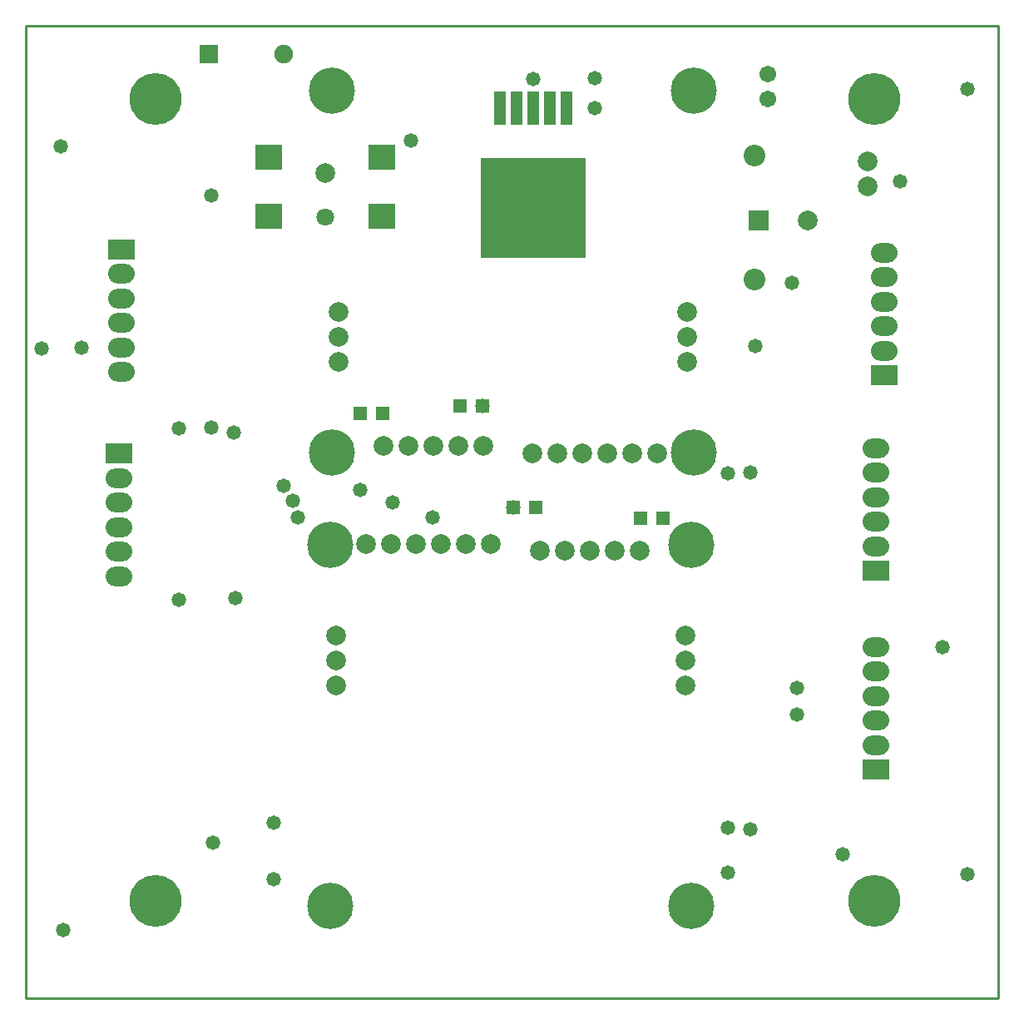
<source format=gbs>
G04*
G04 #@! TF.GenerationSoftware,Altium Limited,Altium Designer,20.0.10 (225)*
G04*
G04 Layer_Color=16711935*
%FSLAX24Y24*%
%MOIN*%
G70*
G01*
G75*
%ADD10C,0.0100*%
%ADD25R,0.0580X0.0580*%
%ADD29R,0.1064X0.0789*%
%ADD30O,0.1064X0.0789*%
%ADD31C,0.0789*%
%ADD32C,0.0671*%
%ADD33C,0.0867*%
%ADD34R,0.0749X0.0749*%
%ADD35C,0.0749*%
%ADD36R,0.0789X0.0789*%
%ADD37C,0.1852*%
%ADD38C,0.2080*%
%ADD39C,0.0580*%
%ADD40C,0.0710*%
%ADD61R,0.0493X0.1340*%
%ADD62R,0.4194X0.4017*%
%ADD63R,0.1064X0.0986*%
D10*
X58276Y8824D02*
Y47800D01*
X19300Y8824D02*
X58276D01*
X19300D02*
Y47800D01*
X58276D01*
D25*
X38850Y28500D02*
D03*
X39750D02*
D03*
X43950Y28050D02*
D03*
X44850D02*
D03*
X33600Y32250D02*
D03*
X32700D02*
D03*
X37600Y32550D02*
D03*
X36700D02*
D03*
D29*
X23150Y38837D02*
D03*
X23050Y30653D02*
D03*
X53700Y33781D02*
D03*
X53383Y17981D02*
D03*
Y25947D02*
D03*
D30*
X23150Y37853D02*
D03*
Y36869D02*
D03*
Y35884D02*
D03*
Y33916D02*
D03*
Y34900D02*
D03*
X23050Y29669D02*
D03*
Y28684D02*
D03*
Y27700D02*
D03*
Y25731D02*
D03*
Y26716D02*
D03*
X53700Y37719D02*
D03*
Y38703D02*
D03*
Y36734D02*
D03*
Y35750D02*
D03*
Y34766D02*
D03*
X53383Y21918D02*
D03*
Y22903D02*
D03*
Y20934D02*
D03*
Y19950D02*
D03*
Y18966D02*
D03*
Y29884D02*
D03*
Y30868D02*
D03*
Y28900D02*
D03*
Y27916D02*
D03*
Y26932D02*
D03*
D31*
X53050Y42350D02*
D03*
Y41366D02*
D03*
X50634Y40000D02*
D03*
X45800Y34320D02*
D03*
X31823D02*
D03*
X45800Y35320D02*
D03*
X31823Y36320D02*
D03*
Y35320D02*
D03*
X45800Y36320D02*
D03*
X36650Y30950D02*
D03*
X33650D02*
D03*
X37650D02*
D03*
X34650D02*
D03*
X35650D02*
D03*
X44595Y30667D02*
D03*
X39595D02*
D03*
X40595D02*
D03*
X41595D02*
D03*
X42595D02*
D03*
X43595D02*
D03*
X31750Y23380D02*
D03*
X45727D02*
D03*
X31750Y22380D02*
D03*
X45727Y21380D02*
D03*
Y22380D02*
D03*
X31750Y21380D02*
D03*
X40900Y26750D02*
D03*
X43900D02*
D03*
X39900D02*
D03*
X42900D02*
D03*
X41900D02*
D03*
X32955Y27033D02*
D03*
X37955D02*
D03*
X36955D02*
D03*
X35955D02*
D03*
X34955D02*
D03*
X33955D02*
D03*
X31300Y41900D02*
D03*
D32*
X49050Y44866D02*
D03*
Y45850D02*
D03*
D33*
X48500Y37639D02*
D03*
Y42600D02*
D03*
D34*
X26650Y46650D02*
D03*
D35*
X29650D02*
D03*
D36*
X48666Y40000D02*
D03*
D37*
X31563Y45186D02*
D03*
X46059D02*
D03*
Y30690D02*
D03*
X31563D02*
D03*
X45987Y12514D02*
D03*
X31491D02*
D03*
Y27010D02*
D03*
X45987D02*
D03*
D38*
X53300Y12725D02*
D03*
X24500D02*
D03*
X53300Y44875D02*
D03*
X24500D02*
D03*
D39*
X48550Y34950D02*
D03*
X50000Y37500D02*
D03*
X54350Y41550D02*
D03*
X29650Y29350D02*
D03*
X39650Y45650D02*
D03*
X42100Y44500D02*
D03*
X34750Y43200D02*
D03*
X42100Y45700D02*
D03*
X21550Y34900D02*
D03*
X32700Y29213D02*
D03*
X35600Y28100D02*
D03*
X34000Y28700D02*
D03*
X30000Y28750D02*
D03*
X30200Y28100D02*
D03*
X50200Y20200D02*
D03*
X52050Y14600D02*
D03*
X57050Y45250D02*
D03*
Y13800D02*
D03*
X20800Y11550D02*
D03*
X20700Y42950D02*
D03*
X50200Y21250D02*
D03*
X38850Y28500D02*
D03*
X37600Y32550D02*
D03*
X41000Y41950D02*
D03*
X47450Y13850D02*
D03*
X48350Y15600D02*
D03*
X47450Y15650D02*
D03*
X48350Y29900D02*
D03*
X47450Y29875D02*
D03*
X27650Y31500D02*
D03*
X27700Y24850D02*
D03*
X26750Y31700D02*
D03*
X25450Y31650D02*
D03*
Y24800D02*
D03*
X29250Y13600D02*
D03*
Y15850D02*
D03*
X19950Y34850D02*
D03*
X56050Y22900D02*
D03*
X26800Y15050D02*
D03*
X26750Y41000D02*
D03*
D40*
X31300Y40128D02*
D03*
D61*
X38311Y44500D02*
D03*
X38981D02*
D03*
X39650D02*
D03*
X40319D02*
D03*
X40989D02*
D03*
D62*
X39650Y40500D02*
D03*
D63*
X29036Y42530D02*
D03*
Y40168D02*
D03*
X33564Y42530D02*
D03*
Y40168D02*
D03*
M02*

</source>
